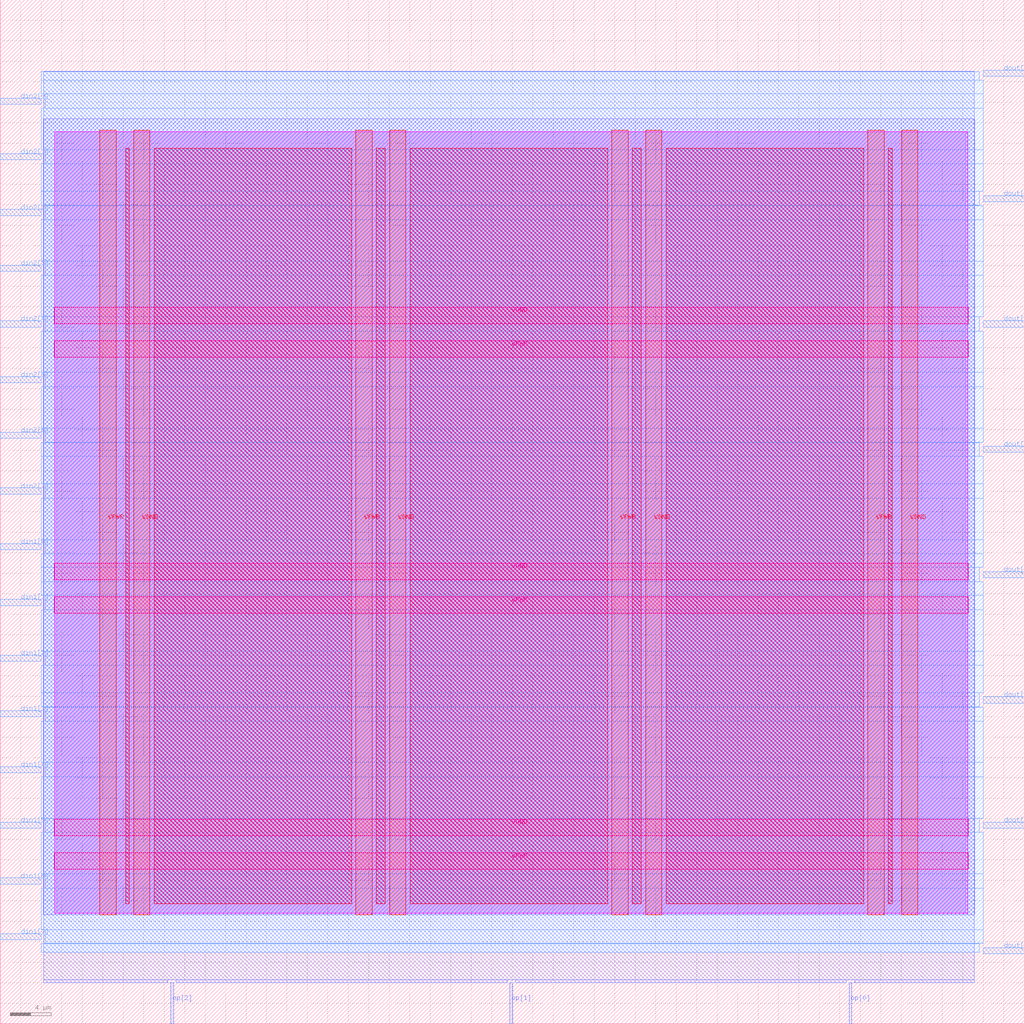
<source format=lef>
VERSION 5.7 ;
  NOWIREEXTENSIONATPIN ON ;
  DIVIDERCHAR "/" ;
  BUSBITCHARS "[]" ;
MACRO alu
  CLASS BLOCK ;
  FOREIGN alu ;
  ORIGIN 0.000 0.000 ;
  SIZE 100.000 BY 100.000 ;
  PIN VGND
    DIRECTION INOUT ;
    USE GROUND ;
    PORT
      LAYER met4 ;
        RECT 13.020 10.640 14.620 87.280 ;
    END
    PORT
      LAYER met4 ;
        RECT 38.020 10.640 39.620 87.280 ;
    END
    PORT
      LAYER met4 ;
        RECT 63.020 10.640 64.620 87.280 ;
    END
    PORT
      LAYER met4 ;
        RECT 88.020 10.640 89.620 87.280 ;
    END
    PORT
      LAYER met5 ;
        RECT 5.280 18.380 94.540 19.980 ;
    END
    PORT
      LAYER met5 ;
        RECT 5.280 43.380 94.540 44.980 ;
    END
    PORT
      LAYER met5 ;
        RECT 5.280 68.380 94.540 69.980 ;
    END
  END VGND
  PIN VPWR
    DIRECTION INOUT ;
    USE POWER ;
    PORT
      LAYER met4 ;
        RECT 9.720 10.640 11.320 87.280 ;
    END
    PORT
      LAYER met4 ;
        RECT 34.720 10.640 36.320 87.280 ;
    END
    PORT
      LAYER met4 ;
        RECT 59.720 10.640 61.320 87.280 ;
    END
    PORT
      LAYER met4 ;
        RECT 84.720 10.640 86.320 87.280 ;
    END
    PORT
      LAYER met5 ;
        RECT 5.280 15.080 94.540 16.680 ;
    END
    PORT
      LAYER met5 ;
        RECT 5.280 40.080 94.540 41.680 ;
    END
    PORT
      LAYER met5 ;
        RECT 5.280 65.080 94.540 66.680 ;
    END
  END VPWR
  PIN din1[0]
    DIRECTION INPUT ;
    USE SIGNAL ;
    ANTENNAGATEAREA 0.196500 ;
    PORT
      LAYER met3 ;
        RECT 0.000 46.280 4.000 46.880 ;
    END
  END din1[0]
  PIN din1[1]
    DIRECTION INPUT ;
    USE SIGNAL ;
    ANTENNAGATEAREA 0.126000 ;
    PORT
      LAYER met3 ;
        RECT 0.000 40.840 4.000 41.440 ;
    END
  END din1[1]
  PIN din1[2]
    DIRECTION INPUT ;
    USE SIGNAL ;
    ANTENNAGATEAREA 0.213000 ;
    PORT
      LAYER met3 ;
        RECT 0.000 35.400 4.000 36.000 ;
    END
  END din1[2]
  PIN din1[3]
    DIRECTION INPUT ;
    USE SIGNAL ;
    ANTENNAGATEAREA 0.159000 ;
    PORT
      LAYER met3 ;
        RECT 0.000 29.960 4.000 30.560 ;
    END
  END din1[3]
  PIN din1[4]
    DIRECTION INPUT ;
    USE SIGNAL ;
    ANTENNAGATEAREA 0.159000 ;
    PORT
      LAYER met3 ;
        RECT 0.000 24.520 4.000 25.120 ;
    END
  END din1[4]
  PIN din1[5]
    DIRECTION INPUT ;
    USE SIGNAL ;
    ANTENNAGATEAREA 0.159000 ;
    PORT
      LAYER met3 ;
        RECT 0.000 19.080 4.000 19.680 ;
    END
  END din1[5]
  PIN din1[6]
    DIRECTION INPUT ;
    USE SIGNAL ;
    ANTENNAGATEAREA 0.213000 ;
    PORT
      LAYER met3 ;
        RECT 0.000 13.640 4.000 14.240 ;
    END
  END din1[6]
  PIN din1[7]
    DIRECTION INPUT ;
    USE SIGNAL ;
    ANTENNAGATEAREA 0.213000 ;
    PORT
      LAYER met3 ;
        RECT 0.000 8.200 4.000 8.800 ;
    END
  END din1[7]
  PIN din2[0]
    DIRECTION INPUT ;
    USE SIGNAL ;
    ANTENNAGATEAREA 0.213000 ;
    PORT
      LAYER met3 ;
        RECT 0.000 89.800 4.000 90.400 ;
    END
  END din2[0]
  PIN din2[1]
    DIRECTION INPUT ;
    USE SIGNAL ;
    ANTENNAGATEAREA 0.213000 ;
    PORT
      LAYER met3 ;
        RECT 0.000 84.360 4.000 84.960 ;
    END
  END din2[1]
  PIN din2[2]
    DIRECTION INPUT ;
    USE SIGNAL ;
    ANTENNAGATEAREA 0.213000 ;
    PORT
      LAYER met3 ;
        RECT 0.000 78.920 4.000 79.520 ;
    END
  END din2[2]
  PIN din2[3]
    DIRECTION INPUT ;
    USE SIGNAL ;
    ANTENNAGATEAREA 0.213000 ;
    PORT
      LAYER met3 ;
        RECT 0.000 73.480 4.000 74.080 ;
    END
  END din2[3]
  PIN din2[4]
    DIRECTION INPUT ;
    USE SIGNAL ;
    ANTENNAGATEAREA 0.159000 ;
    PORT
      LAYER met3 ;
        RECT 0.000 68.040 4.000 68.640 ;
    END
  END din2[4]
  PIN din2[5]
    DIRECTION INPUT ;
    USE SIGNAL ;
    ANTENNAGATEAREA 0.159000 ;
    PORT
      LAYER met3 ;
        RECT 0.000 62.600 4.000 63.200 ;
    END
  END din2[5]
  PIN din2[6]
    DIRECTION INPUT ;
    USE SIGNAL ;
    ANTENNAGATEAREA 0.213000 ;
    PORT
      LAYER met3 ;
        RECT 0.000 57.160 4.000 57.760 ;
    END
  END din2[6]
  PIN din2[7]
    DIRECTION INPUT ;
    USE SIGNAL ;
    ANTENNAGATEAREA 0.213000 ;
    PORT
      LAYER met3 ;
        RECT 0.000 51.720 4.000 52.320 ;
    END
  END din2[7]
  PIN dout[0]
    DIRECTION OUTPUT ;
    USE SIGNAL ;
    ANTENNADIFFAREA 0.445500 ;
    PORT
      LAYER met3 ;
        RECT 96.000 92.520 100.000 93.120 ;
    END
  END dout[0]
  PIN dout[1]
    DIRECTION OUTPUT ;
    USE SIGNAL ;
    ANTENNADIFFAREA 0.445500 ;
    PORT
      LAYER met3 ;
        RECT 96.000 80.280 100.000 80.880 ;
    END
  END dout[1]
  PIN dout[2]
    DIRECTION OUTPUT ;
    USE SIGNAL ;
    ANTENNADIFFAREA 0.445500 ;
    PORT
      LAYER met3 ;
        RECT 96.000 68.040 100.000 68.640 ;
    END
  END dout[2]
  PIN dout[3]
    DIRECTION OUTPUT ;
    USE SIGNAL ;
    ANTENNADIFFAREA 0.445500 ;
    PORT
      LAYER met3 ;
        RECT 96.000 55.800 100.000 56.400 ;
    END
  END dout[3]
  PIN dout[4]
    DIRECTION OUTPUT ;
    USE SIGNAL ;
    ANTENNADIFFAREA 0.445500 ;
    PORT
      LAYER met3 ;
        RECT 96.000 43.560 100.000 44.160 ;
    END
  END dout[4]
  PIN dout[5]
    DIRECTION OUTPUT ;
    USE SIGNAL ;
    ANTENNADIFFAREA 0.445500 ;
    PORT
      LAYER met3 ;
        RECT 96.000 31.320 100.000 31.920 ;
    END
  END dout[5]
  PIN dout[6]
    DIRECTION OUTPUT ;
    USE SIGNAL ;
    ANTENNADIFFAREA 0.445500 ;
    PORT
      LAYER met3 ;
        RECT 96.000 19.080 100.000 19.680 ;
    END
  END dout[6]
  PIN dout[7]
    DIRECTION OUTPUT ;
    USE SIGNAL ;
    ANTENNADIFFAREA 0.445500 ;
    PORT
      LAYER met3 ;
        RECT 96.000 6.840 100.000 7.440 ;
    END
  END dout[7]
  PIN op[0]
    DIRECTION INPUT ;
    USE SIGNAL ;
    ANTENNAGATEAREA 0.213000 ;
    PORT
      LAYER met2 ;
        RECT 82.890 0.000 83.170 4.000 ;
    END
  END op[0]
  PIN op[1]
    DIRECTION INPUT ;
    USE SIGNAL ;
    ANTENNAGATEAREA 0.213000 ;
    PORT
      LAYER met2 ;
        RECT 49.770 0.000 50.050 4.000 ;
    END
  END op[1]
  PIN op[2]
    DIRECTION INPUT ;
    USE SIGNAL ;
    ANTENNAGATEAREA 0.213000 ;
    PORT
      LAYER met2 ;
        RECT 16.650 0.000 16.930 4.000 ;
    END
  END op[2]
  OBS
      LAYER nwell ;
        RECT 5.330 10.795 94.490 87.125 ;
      LAYER li1 ;
        RECT 5.520 10.795 94.300 87.125 ;
      LAYER met1 ;
        RECT 4.210 10.640 95.150 88.360 ;
      LAYER met2 ;
        RECT 4.230 4.280 95.120 93.005 ;
        RECT 4.230 4.000 16.370 4.280 ;
        RECT 17.210 4.000 49.490 4.280 ;
        RECT 50.330 4.000 82.610 4.280 ;
        RECT 83.450 4.000 95.120 4.280 ;
      LAYER met3 ;
        RECT 3.990 92.120 95.600 92.985 ;
        RECT 3.990 90.800 96.000 92.120 ;
        RECT 4.400 89.400 96.000 90.800 ;
        RECT 3.990 85.360 96.000 89.400 ;
        RECT 4.400 83.960 96.000 85.360 ;
        RECT 3.990 81.280 96.000 83.960 ;
        RECT 3.990 79.920 95.600 81.280 ;
        RECT 4.400 79.880 95.600 79.920 ;
        RECT 4.400 78.520 96.000 79.880 ;
        RECT 3.990 74.480 96.000 78.520 ;
        RECT 4.400 73.080 96.000 74.480 ;
        RECT 3.990 69.040 96.000 73.080 ;
        RECT 4.400 67.640 95.600 69.040 ;
        RECT 3.990 63.600 96.000 67.640 ;
        RECT 4.400 62.200 96.000 63.600 ;
        RECT 3.990 58.160 96.000 62.200 ;
        RECT 4.400 56.800 96.000 58.160 ;
        RECT 4.400 56.760 95.600 56.800 ;
        RECT 3.990 55.400 95.600 56.760 ;
        RECT 3.990 52.720 96.000 55.400 ;
        RECT 4.400 51.320 96.000 52.720 ;
        RECT 3.990 47.280 96.000 51.320 ;
        RECT 4.400 45.880 96.000 47.280 ;
        RECT 3.990 44.560 96.000 45.880 ;
        RECT 3.990 43.160 95.600 44.560 ;
        RECT 3.990 41.840 96.000 43.160 ;
        RECT 4.400 40.440 96.000 41.840 ;
        RECT 3.990 36.400 96.000 40.440 ;
        RECT 4.400 35.000 96.000 36.400 ;
        RECT 3.990 32.320 96.000 35.000 ;
        RECT 3.990 30.960 95.600 32.320 ;
        RECT 4.400 30.920 95.600 30.960 ;
        RECT 4.400 29.560 96.000 30.920 ;
        RECT 3.990 25.520 96.000 29.560 ;
        RECT 4.400 24.120 96.000 25.520 ;
        RECT 3.990 20.080 96.000 24.120 ;
        RECT 4.400 18.680 95.600 20.080 ;
        RECT 3.990 14.640 96.000 18.680 ;
        RECT 4.400 13.240 96.000 14.640 ;
        RECT 3.990 9.200 96.000 13.240 ;
        RECT 4.400 7.840 96.000 9.200 ;
        RECT 4.400 7.800 95.600 7.840 ;
        RECT 3.990 6.975 95.600 7.800 ;
      LAYER met4 ;
        RECT 12.255 11.735 12.620 85.505 ;
        RECT 15.020 11.735 34.320 85.505 ;
        RECT 36.720 11.735 37.620 85.505 ;
        RECT 40.020 11.735 59.320 85.505 ;
        RECT 61.720 11.735 62.620 85.505 ;
        RECT 65.020 11.735 84.320 85.505 ;
        RECT 86.720 11.735 87.105 85.505 ;
  END
END alu
END LIBRARY


</source>
